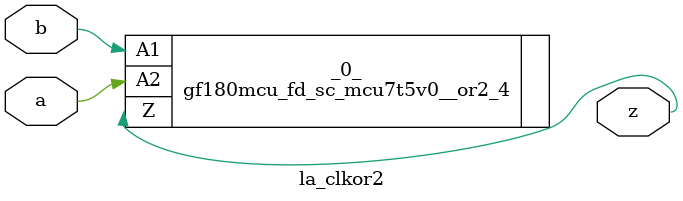
<source format=v>

/* Generated by Yosys 0.44 (git sha1 80ba43d26, g++ 11.4.0-1ubuntu1~22.04 -fPIC -O3) */

(* top =  1  *)
(* src = "inputs/la_clkor2.v:10.1-20.10" *)
module la_clkor2 (
    a,
    b,
    z
);
  (* src = "inputs/la_clkor2.v:13.12-13.13" *)
  input a;
  wire a;
  (* src = "inputs/la_clkor2.v:14.12-14.13" *)
  input b;
  wire b;
  (* src = "inputs/la_clkor2.v:15.12-15.13" *)
  output z;
  wire z;
  gf180mcu_fd_sc_mcu7t5v0__or2_4 _0_ (
      .A1(b),
      .A2(a),
      .Z (z)
  );
endmodule

</source>
